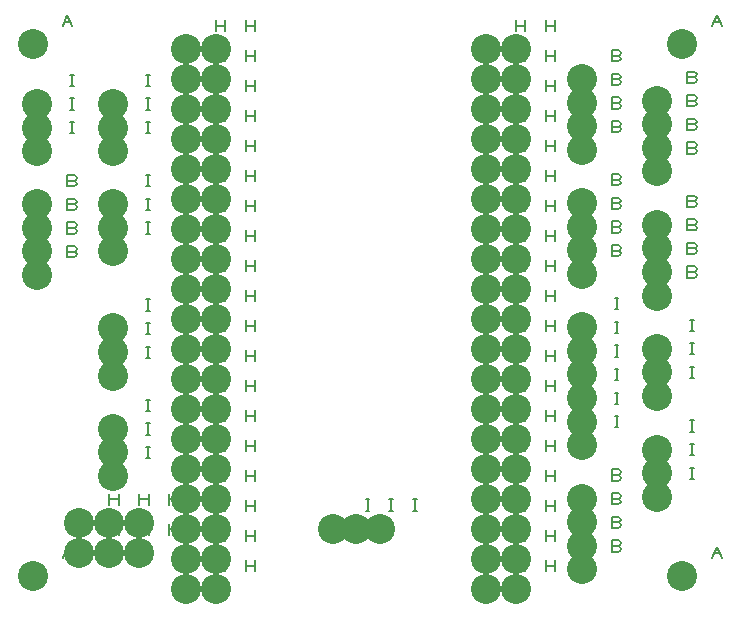
<source format=gbr>
G04 DesignSpark PCB Gerber Version 10.0 Build 5299*
G04 #@! TF.Part,Single*
G04 #@! TF.FileFunction,Drillmap*
G04 #@! TF.FilePolarity,Positive*
%FSLAX35Y35*%
%MOIN*%
%ADD12C,0.00500*%
G04 #@! TA.AperFunction,WasherPad*
%ADD27C,0.10000*%
G04 #@! TD.AperFunction*
X0Y0D02*
D02*
D12*
X20443Y17010D02*
X22005Y20760D01*
X23568Y17010D01*
X21068Y18572D02*
X22943D01*
X20443Y194175D02*
X22005Y197925D01*
X23568Y194175D01*
X21068Y195738D02*
X22943D01*
X24205Y119121D02*
X24830Y118809D01*
X25143Y118184D01*
X24830Y117559D01*
X24205Y117246D01*
X22017D01*
Y120996D01*
X24205D01*
X24830Y120684D01*
X25143Y120059D01*
X24830Y119434D01*
X24205Y119121D01*
X22017D01*
X24205Y126995D02*
X24830Y126683D01*
X25143Y126058D01*
X24830Y125433D01*
X24205Y125120D01*
X22017D01*
Y128870D01*
X24205D01*
X24830Y128558D01*
X25143Y127933D01*
X24830Y127308D01*
X24205Y126995D01*
X22017D01*
X24205Y134869D02*
X24830Y134557D01*
X25143Y133932D01*
X24830Y133307D01*
X24205Y132994D01*
X22017D01*
Y136744D01*
X24205D01*
X24830Y136432D01*
X25143Y135807D01*
X24830Y135182D01*
X24205Y134869D01*
X22017D01*
X24205Y142743D02*
X24830Y142431D01*
X25143Y141806D01*
X24830Y141181D01*
X24205Y140868D01*
X22017D01*
Y144618D01*
X24205D01*
X24830Y144306D01*
X25143Y143681D01*
X24830Y143056D01*
X24205Y142743D01*
X22017D01*
X22955Y158545D02*
X24205D01*
X23580D02*
Y162295D01*
X22955D02*
X24205D01*
X22955Y166419D02*
X24205D01*
X23580D02*
Y170169D01*
X22955D02*
X24205D01*
X22955Y174293D02*
X24205D01*
X23580D02*
Y178043D01*
X22955D02*
X24205D01*
X35994Y24726D02*
Y28476D01*
Y26602D02*
X39119D01*
Y24726D02*
Y28476D01*
X35994Y34726D02*
Y38476D01*
Y36602D02*
X39119D01*
Y34726D02*
Y38476D01*
X45994Y24726D02*
Y28476D01*
Y26602D02*
X49119D01*
Y24726D02*
Y28476D01*
X45994Y34726D02*
Y38476D01*
Y36602D02*
X49119D01*
Y34726D02*
Y38476D01*
X48152Y50238D02*
X49402D01*
X48777D02*
Y53988D01*
X48152D02*
X49402D01*
X48152Y58112D02*
X49402D01*
X48777D02*
Y61862D01*
X48152D02*
X49402D01*
X48152Y65986D02*
X49402D01*
X48777D02*
Y69736D01*
X48152D02*
X49402D01*
X48152Y83703D02*
X49402D01*
X48777D02*
Y87453D01*
X48152D02*
X49402D01*
X48152Y91577D02*
X49402D01*
X48777D02*
Y95327D01*
X48152D02*
X49402D01*
X48152Y99451D02*
X49402D01*
X48777D02*
Y103201D01*
X48152D02*
X49402D01*
X48152Y125120D02*
X49402D01*
X48777D02*
Y128870D01*
X48152D02*
X49402D01*
X48152Y132994D02*
X49402D01*
X48777D02*
Y136744D01*
X48152D02*
X49402D01*
X48152Y140868D02*
X49402D01*
X48777D02*
Y144618D01*
X48152D02*
X49402D01*
X48152Y158545D02*
X49402D01*
X48777D02*
Y162295D01*
X48152D02*
X49402D01*
X48152Y166419D02*
X49402D01*
X48777D02*
Y170169D01*
X48152D02*
X49402D01*
X48152Y174293D02*
X49402D01*
X48777D02*
Y178043D01*
X48152D02*
X49402D01*
X55994Y24726D02*
Y28476D01*
Y26602D02*
X59119D01*
Y24726D02*
Y28476D01*
X55994Y34726D02*
Y38476D01*
Y36602D02*
X59119D01*
Y34726D02*
Y38476D01*
X71545Y12522D02*
Y16272D01*
Y14397D02*
X74670D01*
Y12522D02*
Y16272D01*
X71545Y22522D02*
Y26272D01*
Y24397D02*
X74670D01*
Y22522D02*
Y26272D01*
X71545Y32522D02*
Y36272D01*
Y34397D02*
X74670D01*
Y32522D02*
Y36272D01*
X71545Y42522D02*
Y46272D01*
Y44397D02*
X74670D01*
Y42522D02*
Y46272D01*
X71545Y52522D02*
Y56272D01*
Y54397D02*
X74670D01*
Y52522D02*
Y56272D01*
X71545Y62522D02*
Y66272D01*
Y64397D02*
X74670D01*
Y62522D02*
Y66272D01*
X71545Y72522D02*
Y76272D01*
Y74397D02*
X74670D01*
Y72522D02*
Y76272D01*
X71545Y82522D02*
Y86272D01*
Y84397D02*
X74670D01*
Y82522D02*
Y86272D01*
X71545Y92522D02*
Y96272D01*
Y94397D02*
X74670D01*
Y92522D02*
Y96272D01*
X71545Y102522D02*
Y106272D01*
Y104397D02*
X74670D01*
Y102522D02*
Y106272D01*
X71545Y112522D02*
Y116272D01*
Y114397D02*
X74670D01*
Y112522D02*
Y116272D01*
X71545Y122522D02*
Y126272D01*
Y124397D02*
X74670D01*
Y122522D02*
Y126272D01*
X71545Y132522D02*
Y136272D01*
Y134397D02*
X74670D01*
Y132522D02*
Y136272D01*
X71545Y142522D02*
Y146272D01*
Y144397D02*
X74670D01*
Y142522D02*
Y146272D01*
X71545Y152522D02*
Y156272D01*
Y154397D02*
X74670D01*
Y152522D02*
Y156272D01*
X71545Y162522D02*
Y166272D01*
Y164397D02*
X74670D01*
Y162522D02*
Y166272D01*
X71545Y172522D02*
Y176272D01*
Y174397D02*
X74670D01*
Y172522D02*
Y176272D01*
X71545Y182522D02*
Y186272D01*
Y184397D02*
X74670D01*
Y182522D02*
Y186272D01*
X71545Y192522D02*
Y196272D01*
Y194397D02*
X74670D01*
Y192522D02*
Y196272D01*
X81545Y12522D02*
Y16272D01*
Y14397D02*
X84670D01*
Y12522D02*
Y16272D01*
X81545Y22522D02*
Y26272D01*
Y24397D02*
X84670D01*
Y22522D02*
Y26272D01*
X81545Y32522D02*
Y36272D01*
Y34397D02*
X84670D01*
Y32522D02*
Y36272D01*
X81545Y42522D02*
Y46272D01*
Y44397D02*
X84670D01*
Y42522D02*
Y46272D01*
X81545Y52522D02*
Y56272D01*
Y54397D02*
X84670D01*
Y52522D02*
Y56272D01*
X81545Y62522D02*
Y66272D01*
Y64397D02*
X84670D01*
Y62522D02*
Y66272D01*
X81545Y72522D02*
Y76272D01*
Y74397D02*
X84670D01*
Y72522D02*
Y76272D01*
X81545Y82522D02*
Y86272D01*
Y84397D02*
X84670D01*
Y82522D02*
Y86272D01*
X81545Y92522D02*
Y96272D01*
Y94397D02*
X84670D01*
Y92522D02*
Y96272D01*
X81545Y102522D02*
Y106272D01*
Y104397D02*
X84670D01*
Y102522D02*
Y106272D01*
X81545Y112522D02*
Y116272D01*
Y114397D02*
X84670D01*
Y112522D02*
Y116272D01*
X81545Y122522D02*
Y126272D01*
Y124397D02*
X84670D01*
Y122522D02*
Y126272D01*
X81545Y132522D02*
Y136272D01*
Y134397D02*
X84670D01*
Y132522D02*
Y136272D01*
X81545Y142522D02*
Y146272D01*
Y144397D02*
X84670D01*
Y142522D02*
Y146272D01*
X81545Y152522D02*
Y156272D01*
Y154397D02*
X84670D01*
Y152522D02*
Y156272D01*
X81545Y162522D02*
Y166272D01*
Y164397D02*
X84670D01*
Y162522D02*
Y166272D01*
X81545Y172522D02*
Y176272D01*
Y174397D02*
X84670D01*
Y172522D02*
Y176272D01*
X81545Y182522D02*
Y186272D01*
Y184397D02*
X84670D01*
Y182522D02*
Y186272D01*
X81545Y192522D02*
Y196272D01*
Y194397D02*
X84670D01*
Y192522D02*
Y196272D01*
X121459Y32758D02*
X122709D01*
X122084D02*
Y36508D01*
X121459D02*
X122709D01*
X129333Y32758D02*
X130583D01*
X129958D02*
Y36508D01*
X129333D02*
X130583D01*
X137207Y32758D02*
X138457D01*
X137832D02*
Y36508D01*
X137207D02*
X138457D01*
X171545Y12522D02*
Y16272D01*
Y14397D02*
X174670D01*
Y12522D02*
Y16272D01*
X171545Y22522D02*
Y26272D01*
Y24397D02*
X174670D01*
Y22522D02*
Y26272D01*
X171545Y32522D02*
Y36272D01*
Y34397D02*
X174670D01*
Y32522D02*
Y36272D01*
X171545Y42522D02*
Y46272D01*
Y44397D02*
X174670D01*
Y42522D02*
Y46272D01*
X171545Y52522D02*
Y56272D01*
Y54397D02*
X174670D01*
Y52522D02*
Y56272D01*
X171545Y62522D02*
Y66272D01*
Y64397D02*
X174670D01*
Y62522D02*
Y66272D01*
X171545Y72522D02*
Y76272D01*
Y74397D02*
X174670D01*
Y72522D02*
Y76272D01*
X171545Y82522D02*
Y86272D01*
Y84397D02*
X174670D01*
Y82522D02*
Y86272D01*
X171545Y92522D02*
Y96272D01*
Y94397D02*
X174670D01*
Y92522D02*
Y96272D01*
X171545Y102522D02*
Y106272D01*
Y104397D02*
X174670D01*
Y102522D02*
Y106272D01*
X171545Y112522D02*
Y116272D01*
Y114397D02*
X174670D01*
Y112522D02*
Y116272D01*
X171545Y122522D02*
Y126272D01*
Y124397D02*
X174670D01*
Y122522D02*
Y126272D01*
X171545Y132522D02*
Y136272D01*
Y134397D02*
X174670D01*
Y132522D02*
Y136272D01*
X171545Y142522D02*
Y146272D01*
Y144397D02*
X174670D01*
Y142522D02*
Y146272D01*
X171545Y152522D02*
Y156272D01*
Y154397D02*
X174670D01*
Y152522D02*
Y156272D01*
X171545Y162522D02*
Y166272D01*
Y164397D02*
X174670D01*
Y162522D02*
Y166272D01*
X171545Y172522D02*
Y176272D01*
Y174397D02*
X174670D01*
Y172522D02*
Y176272D01*
X171545Y182522D02*
Y186272D01*
Y184397D02*
X174670D01*
Y182522D02*
Y186272D01*
X171545Y192522D02*
Y196272D01*
Y194397D02*
X174670D01*
Y192522D02*
Y196272D01*
X181545Y12522D02*
Y16272D01*
Y14397D02*
X184670D01*
Y12522D02*
Y16272D01*
X181545Y22522D02*
Y26272D01*
Y24397D02*
X184670D01*
Y22522D02*
Y26272D01*
X181545Y32522D02*
Y36272D01*
Y34397D02*
X184670D01*
Y32522D02*
Y36272D01*
X181545Y42522D02*
Y46272D01*
Y44397D02*
X184670D01*
Y42522D02*
Y46272D01*
X181545Y52522D02*
Y56272D01*
Y54397D02*
X184670D01*
Y52522D02*
Y56272D01*
X181545Y62522D02*
Y66272D01*
Y64397D02*
X184670D01*
Y62522D02*
Y66272D01*
X181545Y72522D02*
Y76272D01*
Y74397D02*
X184670D01*
Y72522D02*
Y76272D01*
X181545Y82522D02*
Y86272D01*
Y84397D02*
X184670D01*
Y82522D02*
Y86272D01*
X181545Y92522D02*
Y96272D01*
Y94397D02*
X184670D01*
Y92522D02*
Y96272D01*
X181545Y102522D02*
Y106272D01*
Y104397D02*
X184670D01*
Y102522D02*
Y106272D01*
X181545Y112522D02*
Y116272D01*
Y114397D02*
X184670D01*
Y112522D02*
Y116272D01*
X181545Y122522D02*
Y126272D01*
Y124397D02*
X184670D01*
Y122522D02*
Y126272D01*
X181545Y132522D02*
Y136272D01*
Y134397D02*
X184670D01*
Y132522D02*
Y136272D01*
X181545Y142522D02*
Y146272D01*
Y144397D02*
X184670D01*
Y142522D02*
Y146272D01*
X181545Y152522D02*
Y156272D01*
Y154397D02*
X184670D01*
Y152522D02*
Y156272D01*
X181545Y162522D02*
Y166272D01*
Y164397D02*
X184670D01*
Y162522D02*
Y166272D01*
X181545Y172522D02*
Y176272D01*
Y174397D02*
X184670D01*
Y172522D02*
Y176272D01*
X181545Y182522D02*
Y186272D01*
Y184397D02*
X184670D01*
Y182522D02*
Y186272D01*
X181545Y192522D02*
Y196272D01*
Y194397D02*
X184670D01*
Y192522D02*
Y196272D01*
X205701Y21011D02*
X206326Y20698D01*
X206639Y20074D01*
X206326Y19448D01*
X205701Y19136D01*
X203513D01*
Y22886D01*
X205701D01*
X206326Y22574D01*
X206639Y21948D01*
X206326Y21324D01*
X205701Y21011D01*
X203513D01*
X205701Y28885D02*
X206326Y28572D01*
X206639Y27948D01*
X206326Y27322D01*
X205701Y27010D01*
X203513D01*
Y30760D01*
X205701D01*
X206326Y30448D01*
X206639Y29822D01*
X206326Y29198D01*
X205701Y28885D01*
X203513D01*
X205701Y36759D02*
X206326Y36446D01*
X206639Y35822D01*
X206326Y35196D01*
X205701Y34884D01*
X203513D01*
Y38634D01*
X205701D01*
X206326Y38322D01*
X206639Y37696D01*
X206326Y37072D01*
X205701Y36759D01*
X203513D01*
X205701Y44633D02*
X206326Y44320D01*
X206639Y43696D01*
X206326Y43070D01*
X205701Y42758D01*
X203513D01*
Y46508D01*
X205701D01*
X206326Y46196D01*
X206639Y45570D01*
X206326Y44946D01*
X205701Y44633D01*
X203513D01*
X204451Y60514D02*
X205701D01*
X205076D02*
Y64264D01*
X204451D02*
X205701D01*
X204451Y68388D02*
X205701D01*
X205076D02*
Y72138D01*
X204451D02*
X205701D01*
X204451Y76262D02*
X205701D01*
X205076D02*
Y80012D01*
X204451D02*
X205701D01*
X204451Y84136D02*
X205701D01*
X205076D02*
Y87886D01*
X204451D02*
X205701D01*
X204451Y92010D02*
X205701D01*
X205076D02*
Y95760D01*
X204451D02*
X205701D01*
X204451Y99884D02*
X205701D01*
X205076D02*
Y103634D01*
X204451D02*
X205701D01*
Y119476D02*
X206326Y119163D01*
X206639Y118538D01*
X206326Y117913D01*
X205701Y117600D01*
X203513D01*
Y121350D01*
X205701D01*
X206326Y121038D01*
X206639Y120413D01*
X206326Y119788D01*
X205701Y119476D01*
X203513D01*
X205701Y127350D02*
X206326Y127037D01*
X206639Y126412D01*
X206326Y125787D01*
X205701Y125474D01*
X203513D01*
Y129224D01*
X205701D01*
X206326Y128912D01*
X206639Y128287D01*
X206326Y127662D01*
X205701Y127350D01*
X203513D01*
X205701Y135224D02*
X206326Y134911D01*
X206639Y134286D01*
X206326Y133661D01*
X205701Y133348D01*
X203513D01*
Y137098D01*
X205701D01*
X206326Y136786D01*
X206639Y136161D01*
X206326Y135536D01*
X205701Y135224D01*
X203513D01*
X205701Y143098D02*
X206326Y142785D01*
X206639Y142160D01*
X206326Y141535D01*
X205701Y141222D01*
X203513D01*
Y144972D01*
X205701D01*
X206326Y144660D01*
X206639Y144035D01*
X206326Y143410D01*
X205701Y143098D01*
X203513D01*
X205701Y160814D02*
X206326Y160502D01*
X206639Y159877D01*
X206326Y159252D01*
X205701Y158939D01*
X203513D01*
Y162689D01*
X205701D01*
X206326Y162377D01*
X206639Y161752D01*
X206326Y161127D01*
X205701Y160814D01*
X203513D01*
X205701Y168688D02*
X206326Y168376D01*
X206639Y167751D01*
X206326Y167126D01*
X205701Y166813D01*
X203513D01*
Y170563D01*
X205701D01*
X206326Y170251D01*
X206639Y169626D01*
X206326Y169001D01*
X205701Y168688D01*
X203513D01*
X205701Y176562D02*
X206326Y176250D01*
X206639Y175625D01*
X206326Y175000D01*
X205701Y174687D01*
X203513D01*
Y178437D01*
X205701D01*
X206326Y178125D01*
X206639Y177500D01*
X206326Y176875D01*
X205701Y176562D01*
X203513D01*
X205701Y184436D02*
X206326Y184124D01*
X206639Y183499D01*
X206326Y182874D01*
X205701Y182561D01*
X203513D01*
Y186311D01*
X205701D01*
X206326Y185999D01*
X206639Y185374D01*
X206326Y184749D01*
X205701Y184436D01*
X203513D01*
X229648Y43348D02*
X230898D01*
X230273D02*
Y47098D01*
X229648D02*
X230898D01*
X229648Y51222D02*
X230898D01*
X230273D02*
Y54972D01*
X229648D02*
X230898D01*
X229648Y59096D02*
X230898D01*
X230273D02*
Y62846D01*
X229648D02*
X230898D01*
X229648Y76970D02*
X230898D01*
X230273D02*
Y80720D01*
X229648D02*
X230898D01*
X229648Y84844D02*
X230898D01*
X230273D02*
Y88594D01*
X229648D02*
X230898D01*
X229648Y92719D02*
X230898D01*
X230273D02*
Y96469D01*
X229648D02*
X230898D01*
Y112310D02*
X231523Y111998D01*
X231835Y111373D01*
X231523Y110748D01*
X230898Y110435D01*
X228710D01*
Y114185D01*
X230898D01*
X231523Y113873D01*
X231835Y113248D01*
X231523Y112623D01*
X230898Y112310D01*
X228710D01*
X230898Y120184D02*
X231523Y119872D01*
X231835Y119247D01*
X231523Y118622D01*
X230898Y118309D01*
X228710D01*
Y122059D01*
X230898D01*
X231523Y121747D01*
X231835Y121122D01*
X231523Y120497D01*
X230898Y120184D01*
X228710D01*
X230898Y128058D02*
X231523Y127746D01*
X231835Y127121D01*
X231523Y126496D01*
X230898Y126183D01*
X228710D01*
Y129933D01*
X230898D01*
X231523Y129621D01*
X231835Y128996D01*
X231523Y128371D01*
X230898Y128058D01*
X228710D01*
X230898Y135932D02*
X231523Y135620D01*
X231835Y134995D01*
X231523Y134370D01*
X230898Y134057D01*
X228710D01*
Y137807D01*
X230898D01*
X231523Y137495D01*
X231835Y136870D01*
X231523Y136245D01*
X230898Y135932D01*
X228710D01*
X230898Y153649D02*
X231523Y153336D01*
X231835Y152711D01*
X231523Y152086D01*
X230898Y151774D01*
X228710D01*
Y155524D01*
X230898D01*
X231523Y155211D01*
X231835Y154586D01*
X231523Y153961D01*
X230898Y153649D01*
X228710D01*
X230898Y161523D02*
X231523Y161210D01*
X231835Y160585D01*
X231523Y159960D01*
X230898Y159648D01*
X228710D01*
Y163398D01*
X230898D01*
X231523Y163085D01*
X231835Y162460D01*
X231523Y161835D01*
X230898Y161523D01*
X228710D01*
X230898Y169397D02*
X231523Y169084D01*
X231835Y168459D01*
X231523Y167834D01*
X230898Y167522D01*
X228710D01*
Y171272D01*
X230898D01*
X231523Y170959D01*
X231835Y170334D01*
X231523Y169709D01*
X230898Y169397D01*
X228710D01*
X230898Y177271D02*
X231523Y176958D01*
X231835Y176333D01*
X231523Y175708D01*
X230898Y175396D01*
X228710D01*
Y179146D01*
X230898D01*
X231523Y178833D01*
X231835Y178208D01*
X231523Y177583D01*
X230898Y177271D01*
X228710D01*
X236978Y17010D02*
X238541Y20760D01*
X240103Y17010D01*
X237603Y18572D02*
X239478D01*
X236978Y194175D02*
X238541Y197925D01*
X240103Y194175D01*
X237603Y195738D02*
X239478D01*
D02*
D27*
X10443Y11072D03*
Y188238D03*
X12017Y111309D03*
Y119183D03*
Y127057D03*
Y134931D03*
Y152608D03*
Y160482D03*
Y168356D03*
X25994Y18789D03*
Y28789D03*
X35994Y18789D03*
Y28789D03*
X37214Y44301D03*
Y52175D03*
Y60049D03*
Y77765D03*
Y85639D03*
Y93513D03*
Y119183D03*
Y127057D03*
Y134931D03*
Y152608D03*
Y160482D03*
Y168356D03*
X45994Y18789D03*
Y28789D03*
X61545Y6584D03*
Y16584D03*
Y26584D03*
Y36584D03*
Y46584D03*
Y56584D03*
Y66584D03*
Y76584D03*
Y86584D03*
Y96584D03*
Y106584D03*
Y116584D03*
Y126584D03*
Y136584D03*
Y146584D03*
Y156584D03*
Y166584D03*
Y176584D03*
Y186584D03*
X71545Y6584D03*
Y16584D03*
Y26584D03*
Y36584D03*
Y46584D03*
Y56584D03*
Y66584D03*
Y76584D03*
Y86584D03*
Y96584D03*
Y106584D03*
Y116584D03*
Y126584D03*
Y136584D03*
Y146584D03*
Y156584D03*
Y166584D03*
Y176584D03*
Y186584D03*
X110521Y26820D03*
X118395D03*
X126269D03*
X161545Y6584D03*
Y16584D03*
Y26584D03*
Y36584D03*
Y46584D03*
Y56584D03*
Y66584D03*
Y76584D03*
Y86584D03*
Y96584D03*
Y106584D03*
Y116584D03*
Y126584D03*
Y136584D03*
Y146584D03*
Y156584D03*
Y166584D03*
Y176584D03*
Y186584D03*
X171545Y6584D03*
Y16584D03*
Y26584D03*
Y36584D03*
Y46584D03*
Y56584D03*
Y66584D03*
Y76584D03*
Y86584D03*
Y96584D03*
Y106584D03*
Y116584D03*
Y126584D03*
Y136584D03*
Y146584D03*
Y156584D03*
Y166584D03*
Y176584D03*
Y186584D03*
X193513Y13198D03*
Y21072D03*
Y28946D03*
Y36820D03*
Y54576D03*
Y62450D03*
Y70324D03*
Y78198D03*
Y86072D03*
Y93946D03*
Y111663D03*
Y119537D03*
Y127411D03*
Y135285D03*
Y153002D03*
Y160876D03*
Y168750D03*
Y176624D03*
X218710Y37411D03*
Y45285D03*
Y53159D03*
Y71033D03*
Y78907D03*
Y86781D03*
Y104498D03*
Y112372D03*
Y120246D03*
Y128120D03*
Y145836D03*
Y153710D03*
Y161584D03*
Y169458D03*
X226978Y11072D03*
Y188238D03*
X0Y0D02*
M02*

</source>
